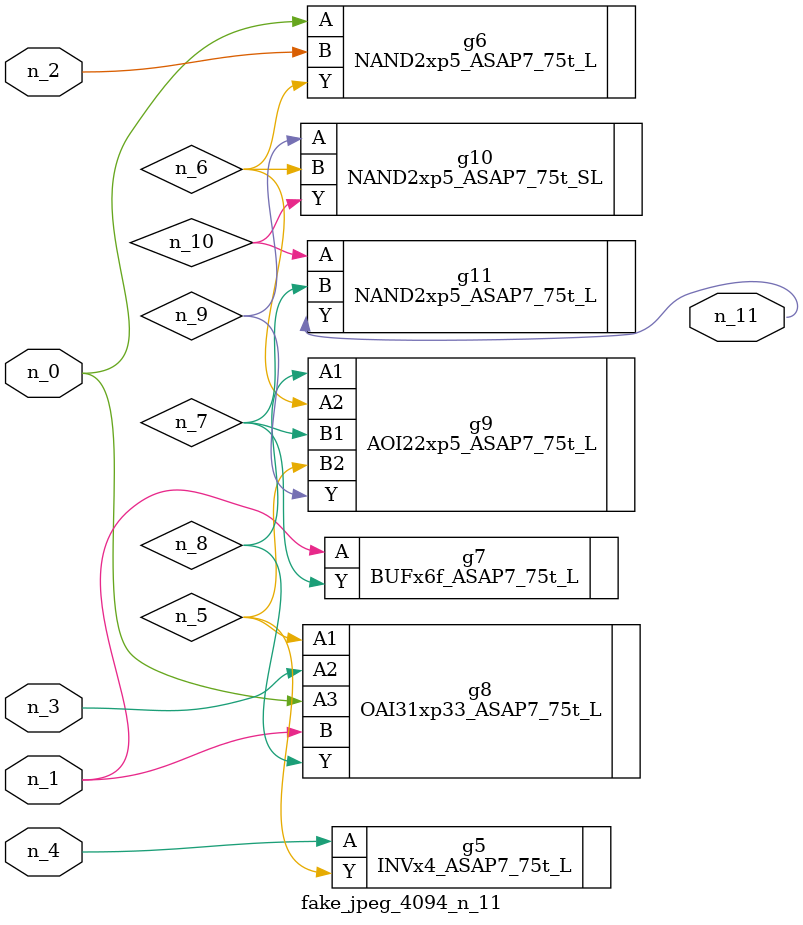
<source format=v>
module fake_jpeg_4094_n_11 (n_3, n_2, n_1, n_0, n_4, n_11);

input n_3;
input n_2;
input n_1;
input n_0;
input n_4;

output n_11;

wire n_10;
wire n_8;
wire n_9;
wire n_6;
wire n_5;
wire n_7;

INVx4_ASAP7_75t_L g5 ( 
.A(n_4),
.Y(n_5)
);

NAND2xp5_ASAP7_75t_L g6 ( 
.A(n_0),
.B(n_2),
.Y(n_6)
);

BUFx6f_ASAP7_75t_L g7 ( 
.A(n_1),
.Y(n_7)
);

OAI31xp33_ASAP7_75t_L g8 ( 
.A1(n_5),
.A2(n_3),
.A3(n_0),
.B(n_1),
.Y(n_8)
);

AOI22xp5_ASAP7_75t_L g9 ( 
.A1(n_8),
.A2(n_6),
.B1(n_7),
.B2(n_5),
.Y(n_9)
);

NAND2xp5_ASAP7_75t_SL g10 ( 
.A(n_9),
.B(n_6),
.Y(n_10)
);

NAND2xp5_ASAP7_75t_L g11 ( 
.A(n_10),
.B(n_7),
.Y(n_11)
);


endmodule
</source>
